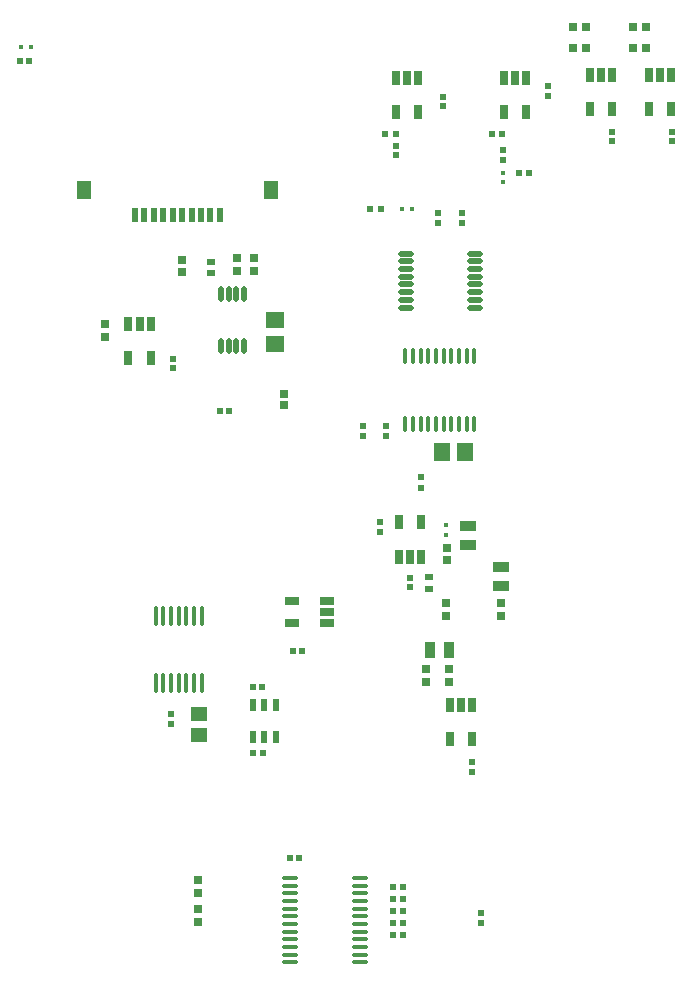
<source format=gbr>
%TF.GenerationSoftware,Altium Limited,Altium Designer,19.1.6 (110)*%
G04 Layer_Color=8421504*
%FSLAX26Y26*%
%MOIN*%
%TF.FileFunction,Paste,Top*%
%TF.Part,Single*%
G01*
G75*
%TA.AperFunction,SMDPad,CuDef*%
%ADD10R,0.021654X0.023622*%
%ADD11R,0.021654X0.021654*%
%ADD12R,0.021654X0.021654*%
%ADD13R,0.025591X0.025591*%
%ADD14R,0.017716X0.017716*%
%ADD15R,0.017716X0.017716*%
%ADD16R,0.025591X0.021654*%
%ADD17R,0.025591X0.029528*%
%ADD18R,0.020472X0.020472*%
%ADD19R,0.020472X0.020472*%
%ADD20O,0.055118X0.013780*%
%ADD21R,0.029528X0.025591*%
%ADD22R,0.057087X0.045276*%
G04:AMPARAMS|DCode=23|XSize=25.591mil|YSize=47.244mil|CornerRadius=1.919mil|HoleSize=0mil|Usage=FLASHONLY|Rotation=0.000|XOffset=0mil|YOffset=0mil|HoleType=Round|Shape=RoundedRectangle|*
%AMROUNDEDRECTD23*
21,1,0.025591,0.043406,0,0,0.0*
21,1,0.021752,0.047244,0,0,0.0*
1,1,0.003839,0.010876,-0.021703*
1,1,0.003839,-0.010876,-0.021703*
1,1,0.003839,-0.010876,0.021703*
1,1,0.003839,0.010876,0.021703*
%
%ADD23ROUNDEDRECTD23*%
%ADD24O,0.053150X0.017716*%
%ADD25R,0.037402X0.053150*%
%ADD26R,0.053150X0.037402*%
%ADD27R,0.053150X0.061024*%
G04:AMPARAMS|DCode=28|XSize=25.591mil|YSize=47.244mil|CornerRadius=1.919mil|HoleSize=0mil|Usage=FLASHONLY|Rotation=270.000|XOffset=0mil|YOffset=0mil|HoleType=Round|Shape=RoundedRectangle|*
%AMROUNDEDRECTD28*
21,1,0.025591,0.043406,0,0,270.0*
21,1,0.021752,0.047244,0,0,270.0*
1,1,0.003839,-0.021703,-0.010876*
1,1,0.003839,-0.021703,0.010876*
1,1,0.003839,0.021703,0.010876*
1,1,0.003839,0.021703,-0.010876*
%
%ADD28ROUNDEDRECTD28*%
%ADD29O,0.013780X0.055118*%
%ADD30O,0.013780X0.066929*%
%ADD31O,0.019685X0.053150*%
%ADD32R,0.061024X0.053150*%
%ADD33R,0.019685X0.049213*%
%ADD34R,0.049213X0.064961*%
%ADD35R,0.023622X0.039370*%
D10*
X1817000Y2034732D02*
D03*
Y2001268D02*
D03*
X1755000Y4333268D02*
D03*
Y4366732D02*
D03*
X1675000Y4333268D02*
D03*
Y4366732D02*
D03*
X1500000Y3656732D02*
D03*
Y3623268D02*
D03*
X1425000Y3656732D02*
D03*
Y3623268D02*
D03*
D11*
X1852284Y4630000D02*
D03*
X1887717D02*
D03*
X1977716Y4500000D02*
D03*
X1942283D02*
D03*
X1497284Y4630000D02*
D03*
X1532717D02*
D03*
X1482716Y4380000D02*
D03*
X1447283D02*
D03*
D12*
X1615551Y3485551D02*
D03*
Y3450118D02*
D03*
D13*
X1705000Y3249685D02*
D03*
Y3210315D02*
D03*
X1160000Y3764685D02*
D03*
Y3725315D02*
D03*
D14*
X1890000Y4500748D02*
D03*
Y4469252D02*
D03*
X1700000Y3325748D02*
D03*
Y3294252D02*
D03*
D15*
X1585748Y4380000D02*
D03*
X1554252D02*
D03*
X315748Y4920000D02*
D03*
X284252D02*
D03*
D16*
X1645000Y3112315D02*
D03*
Y3151685D02*
D03*
X915551Y4165315D02*
D03*
Y4204685D02*
D03*
D17*
X2166654Y4915000D02*
D03*
X2123347D02*
D03*
X2123346Y4985000D02*
D03*
X2166653D02*
D03*
X2366654Y4915000D02*
D03*
X2323347D02*
D03*
X2323346Y4985000D02*
D03*
X2366653D02*
D03*
D18*
X1890000Y4575748D02*
D03*
Y4544252D02*
D03*
X1535000Y4590748D02*
D03*
Y4559252D02*
D03*
X785000Y2695748D02*
D03*
Y2664252D02*
D03*
X1787000Y2504252D02*
D03*
Y2535748D02*
D03*
X2039000Y4788748D02*
D03*
Y4757252D02*
D03*
X2454000Y4606252D02*
D03*
Y4637748D02*
D03*
X2254000Y4606252D02*
D03*
Y4637748D02*
D03*
X1691000Y4723252D02*
D03*
Y4754748D02*
D03*
X1580000Y3119252D02*
D03*
Y3150748D02*
D03*
X1480000Y3304252D02*
D03*
Y3335748D02*
D03*
X789000Y3880748D02*
D03*
Y3849252D02*
D03*
D19*
X1189252Y2905000D02*
D03*
X1220748D02*
D03*
X1555748Y1960000D02*
D03*
X1524252D02*
D03*
X1555748Y2000000D02*
D03*
X1524252D02*
D03*
X1210748Y2215000D02*
D03*
X1179252D02*
D03*
X1555748Y2120000D02*
D03*
X1524252D02*
D03*
X1555748Y2080000D02*
D03*
X1524252D02*
D03*
X1555748Y2040000D02*
D03*
X1524252D02*
D03*
X978748Y3707000D02*
D03*
X947252D02*
D03*
X279252Y4873000D02*
D03*
X310748D02*
D03*
X1057252Y2785134D02*
D03*
X1088748D02*
D03*
X1089748Y2567134D02*
D03*
X1058252D02*
D03*
D20*
X1412795Y1868504D02*
D03*
Y1894094D02*
D03*
Y1919685D02*
D03*
Y1945275D02*
D03*
Y1970866D02*
D03*
Y1996457D02*
D03*
Y2022047D02*
D03*
Y2047638D02*
D03*
Y2073228D02*
D03*
Y2098819D02*
D03*
Y2124409D02*
D03*
Y2150000D02*
D03*
X1180512Y1868504D02*
D03*
Y1894094D02*
D03*
Y1919685D02*
D03*
Y1945275D02*
D03*
Y1970866D02*
D03*
Y1996457D02*
D03*
Y2022047D02*
D03*
Y2047638D02*
D03*
Y2073228D02*
D03*
Y2098819D02*
D03*
Y2124409D02*
D03*
Y2150000D02*
D03*
D21*
X875000Y2141654D02*
D03*
Y2098347D02*
D03*
Y2046654D02*
D03*
Y2003347D02*
D03*
X1059174Y4173346D02*
D03*
Y4216654D02*
D03*
X1004174D02*
D03*
Y4173346D02*
D03*
X1700000Y3023347D02*
D03*
Y3066654D02*
D03*
X1710000Y2803347D02*
D03*
Y2846654D02*
D03*
X1635000Y2846653D02*
D03*
Y2803346D02*
D03*
X1885000Y3066653D02*
D03*
Y3023346D02*
D03*
X563000Y3954347D02*
D03*
Y3997654D02*
D03*
X819174Y4168152D02*
D03*
Y4211459D02*
D03*
D22*
X878000Y2696434D02*
D03*
Y2625568D02*
D03*
D23*
X1967402Y4701930D02*
D03*
X1892598D02*
D03*
Y4818072D02*
D03*
X1930000D02*
D03*
X1967402D02*
D03*
X2451930Y4711576D02*
D03*
X2377126D02*
D03*
Y4827716D02*
D03*
X2414528D02*
D03*
X2451930D02*
D03*
X1607402Y4701930D02*
D03*
X1532598D02*
D03*
Y4818072D02*
D03*
X1570000D02*
D03*
X1607402D02*
D03*
X1543888Y3218740D02*
D03*
X1581290D02*
D03*
X1618692D02*
D03*
Y3334882D02*
D03*
X1543888D02*
D03*
X2255080Y4711576D02*
D03*
X2180276D02*
D03*
Y4827716D02*
D03*
X2217678D02*
D03*
X2255080D02*
D03*
X1787402Y2728072D02*
D03*
X1750000D02*
D03*
X1712598D02*
D03*
Y2611930D02*
D03*
X1787402D02*
D03*
X716576Y3998072D02*
D03*
X679174D02*
D03*
X641772D02*
D03*
Y3881930D02*
D03*
X716576D02*
D03*
D24*
X1796614Y4051418D02*
D03*
Y4077008D02*
D03*
Y4102598D02*
D03*
Y4128190D02*
D03*
Y4153780D02*
D03*
Y4179370D02*
D03*
Y4204960D02*
D03*
Y4230552D02*
D03*
X1566300Y4051418D02*
D03*
Y4077008D02*
D03*
Y4102598D02*
D03*
Y4128190D02*
D03*
Y4153780D02*
D03*
Y4179370D02*
D03*
Y4204960D02*
D03*
Y4230552D02*
D03*
D25*
X1711496Y2910000D02*
D03*
X1648504D02*
D03*
D26*
X1885000Y3123504D02*
D03*
Y3186496D02*
D03*
X1775001Y3258504D02*
D03*
Y3321496D02*
D03*
D27*
X1685630Y3571000D02*
D03*
X1764370D02*
D03*
D28*
X1302756Y2999622D02*
D03*
Y3037024D02*
D03*
Y3074426D02*
D03*
X1186614D02*
D03*
Y2999622D02*
D03*
D29*
X1564842Y3661812D02*
D03*
X1590434D02*
D03*
X1616024D02*
D03*
X1641614D02*
D03*
X1667206D02*
D03*
X1692796D02*
D03*
X1718386D02*
D03*
X1743976D02*
D03*
X1769568D02*
D03*
X1795158D02*
D03*
X1564842Y3888190D02*
D03*
X1590434D02*
D03*
X1616024D02*
D03*
X1641614D02*
D03*
X1667206D02*
D03*
X1692796D02*
D03*
X1718386D02*
D03*
X1743976D02*
D03*
X1769568D02*
D03*
X1795158D02*
D03*
D30*
X732228Y2798330D02*
D03*
X757820D02*
D03*
X783410D02*
D03*
X809000D02*
D03*
X834590D02*
D03*
X860182D02*
D03*
X885772D02*
D03*
X732228Y3022740D02*
D03*
X757820D02*
D03*
X783410D02*
D03*
X809000D02*
D03*
X834590D02*
D03*
X860182D02*
D03*
X885772D02*
D03*
D31*
X1027560Y4097598D02*
D03*
X1001968D02*
D03*
X976378D02*
D03*
X950788D02*
D03*
X1027560Y3922402D02*
D03*
X1001968D02*
D03*
X976378D02*
D03*
X950788D02*
D03*
D32*
X1129174Y4009370D02*
D03*
Y3930630D02*
D03*
D33*
X946811Y4359370D02*
D03*
X915315D02*
D03*
X883819D02*
D03*
X852323D02*
D03*
X820827D02*
D03*
X789331D02*
D03*
X757835D02*
D03*
X726338D02*
D03*
X694842D02*
D03*
X663346D02*
D03*
D34*
X1116299Y4442441D02*
D03*
X493858D02*
D03*
D35*
X1057792Y2619552D02*
D03*
X1095194D02*
D03*
X1132596D02*
D03*
Y2727820D02*
D03*
X1095194D02*
D03*
X1057792D02*
D03*
%TF.MD5,2479d021187fd3c1aa70d866bc0c57e8*%
M02*

</source>
